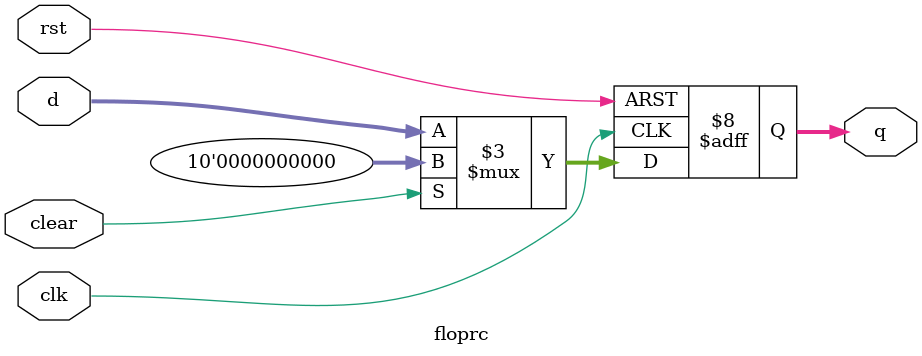
<source format=v>
`timescale 1ns / 1ps


module floprc #(parameter WIDTH = 10)(
	input wire clk,rst,clear,
	input wire[WIDTH-1:0] d,
	output reg[WIDTH-1:0] q
    );
    reg debug;
	always @(posedge clk,posedge rst) begin
	   debug=0;
		if(rst) begin
			q <= 0;
		end else if (clear)begin
		    debug<=1;
			q <= 0;
		end else begin 
			q <= d;
		end
	end
endmodule

</source>
